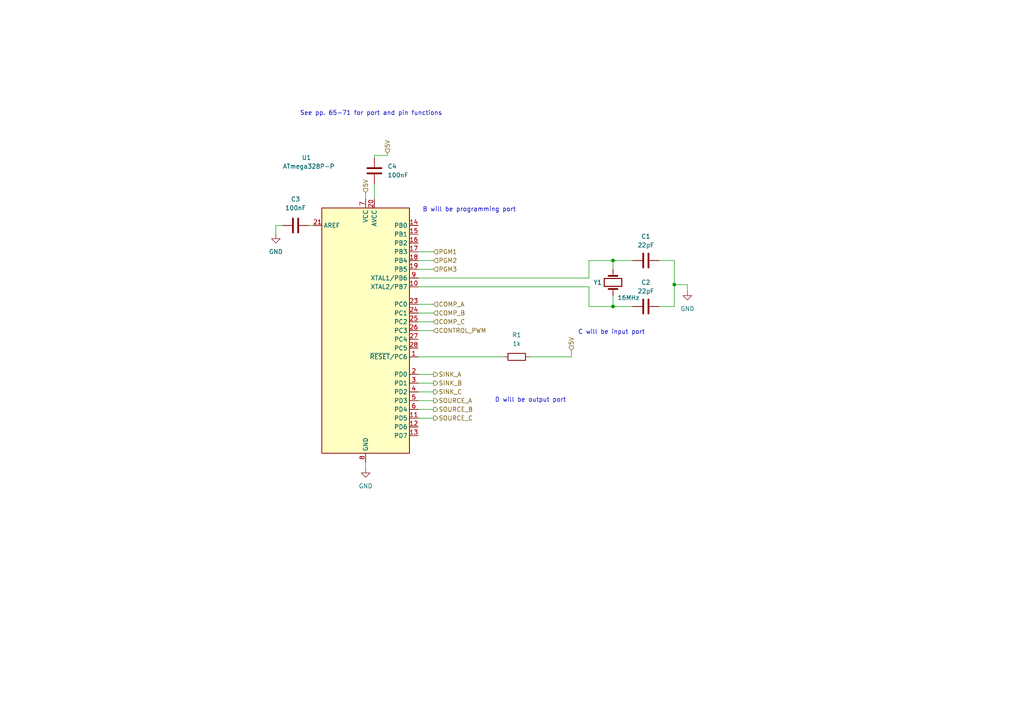
<source format=kicad_sch>
(kicad_sch (version 20230121) (generator eeschema)
  (paper "A4")
  (lib_symbols
    (symbol "Device:C" (pin_numbers hide) (pin_names (offset 0.254))
      (property "Reference" "C" (at 0.635 2.54 0))
      (property "Value" "C" (at 0.635 -2.54 0))
      (symbol "C_0_1"
        (polyline (pts (xy -2.032 -0.762) (xy 2.032 -0.762)) (stroke (width 0.508)))
        (polyline (pts (xy -2.032 0.762) (xy 2.032 0.762)) (stroke (width 0.508)))
      )
      (symbol "C_1_1"
        (pin passive line (at 0 3.81 270) (length 2.794) (name "~") (number "1"))
        (pin passive line (at 0 -3.81 90) (length 2.794) (name "~") (number "2"))
      )
    )
    (symbol "Device:Crystal" (pin_numbers hide) (pin_names (offset 1.016) hide)
      (property "Reference" "Y" (at 0 3.81 0))
      (property "Value" "Crystal" (at 0 -3.81 0))
      (symbol "Crystal_0_1"
        (rectangle (start -1.143 2.54) (end 1.143 -2.54) (stroke (width 0.3048)))
        (polyline (pts (xy -2.54 0) (xy -1.905 0)))
        (polyline (pts (xy -1.905 -1.27) (xy -1.905 1.27)) (stroke (width 0.508)))
        (polyline (pts (xy 1.905 -1.27) (xy 1.905 1.27)) (stroke (width 0.508)))
        (polyline (pts (xy 2.54 0) (xy 1.905 0)))
      )
      (symbol "Crystal_1_1"
        (pin passive line (at -3.81 0 0) (length 1.27) (name "1") (number "1"))
        (pin passive line (at 3.81 0 180) (length 1.27) (name "2") (number "2"))
      )
    )
    (symbol "Device:R" (pin_numbers hide) (pin_names (offset 0))
      (property "Reference" "R" (at 2.032 0 90))
      (property "Value" "R" (at 0 0 90))
      (symbol "R_0_1"
        (rectangle (start -1.016 -2.54) (end 1.016 2.54) (stroke (width 0.254)))
      )
      (symbol "R_1_1"
        (pin passive line (at 0 3.81 270) (length 1.27) (name "~") (number "1"))
        (pin passive line (at 0 -3.81 90) (length 1.27) (name "~") (number "2"))
      )
    )
    (symbol "MCU_Microchip_ATmega:ATmega328P-P"
      (property "Reference" "U" (at -12.7 36.83 0))
      (property "Value" "ATmega328P-P" (at 2.54 -36.83 0))
      (symbol "ATmega328P-P_0_1"
        (rectangle (start -12.7 -35.56) (end 12.7 35.56) (stroke (width 0.254)) (fill (type background)))
      )
      (symbol "ATmega328P-P_1_1"
        (pin bidirectional line (at 15.24 -7.62 180) (length 2.54) (name "~{RESET}/PC6") (number "1"))
        (pin bidirectional line (at 15.24 12.7 180) (length 2.54) (name "XTAL2/PB7") (number "10"))
        (pin bidirectional line (at 15.24 -25.4 180) (length 2.54) (name "PD5") (number "11"))
        (pin bidirectional line (at 15.24 -27.94 180) (length 2.54) (name "PD6") (number "12"))
        (pin bidirectional line (at 15.24 -30.48 180) (length 2.54) (name "PD7") (number "13"))
        (pin bidirectional line (at 15.24 30.48 180) (length 2.54) (name "PB0") (number "14"))
        (pin bidirectional line (at 15.24 27.94 180) (length 2.54) (name "PB1") (number "15"))
        (pin bidirectional line (at 15.24 25.4 180) (length 2.54) (name "PB2") (number "16"))
        (pin bidirectional line (at 15.24 22.86 180) (length 2.54) (name "PB3") (number "17"))
        (pin bidirectional line (at 15.24 20.32 180) (length 2.54) (name "PB4") (number "18"))
        (pin bidirectional line (at 15.24 17.78 180) (length 2.54) (name "PB5") (number "19"))
        (pin bidirectional line (at 15.24 -12.7 180) (length 2.54) (name "PD0") (number "2"))
        (pin power_in line (at 2.54 38.1 270) (length 2.54) (name "AVCC") (number "20"))
        (pin passive line (at -15.24 30.48 0) (length 2.54) (name "AREF") (number "21"))
        (pin passive line (at 0 -38.1 90) (length 2.54) hide (name "GND") (number "22"))
        (pin bidirectional line (at 15.24 7.62 180) (length 2.54) (name "PC0") (number "23"))
        (pin bidirectional line (at 15.24 5.08 180) (length 2.54) (name "PC1") (number "24"))
        (pin bidirectional line (at 15.24 2.54 180) (length 2.54) (name "PC2") (number "25"))
        (pin bidirectional line (at 15.24 0 180) (length 2.54) (name "PC3") (number "26"))
        (pin bidirectional line (at 15.24 -2.54 180) (length 2.54) (name "PC4") (number "27"))
        (pin bidirectional line (at 15.24 -5.08 180) (length 2.54) (name "PC5") (number "28"))
        (pin bidirectional line (at 15.24 -15.24 180) (length 2.54) (name "PD1") (number "3"))
        (pin bidirectional line (at 15.24 -17.78 180) (length 2.54) (name "PD2") (number "4"))
        (pin bidirectional line (at 15.24 -20.32 180) (length 2.54) (name "PD3") (number "5"))
        (pin bidirectional line (at 15.24 -22.86 180) (length 2.54) (name "PD4") (number "6"))
        (pin power_in line (at 0 38.1 270) (length 2.54) (name "VCC") (number "7"))
        (pin power_in line (at 0 -38.1 90) (length 2.54) (name "GND") (number "8"))
        (pin bidirectional line (at 15.24 15.24 180) (length 2.54) (name "XTAL1/PB6") (number "9"))
      )
    )
    (symbol "power:GND" (power) (pin_names (offset 0))
      (property "Value" "GND" (at 0 -3.81 0))
      (symbol "GND_0_1"
        (polyline (pts (xy 0 0) (xy 0 -1.27) (xy 1.27 -1.27) (xy 0 -2.54) (xy -1.27 -1.27) (xy 0 -1.27)))
      )
      (symbol "GND_1_1"
        (pin power_in line (at 0 0 270) (length 0) hide (name "GND") (number "1"))
      )
    )
  )
  (junction (at 177.8 75.565))
  (junction (at 195.58 82.55))
  (junction (at 177.8 88.9))
  (wire (pts (xy 121.285 103.505) (xy 146.05 103.505)))
  (wire (pts (xy 177.8 75.565) (xy 183.515 75.565)))
  (wire (pts (xy 121.285 95.885) (xy 125.73 95.885)))
  (wire (pts (xy 121.285 93.345) (xy 125.73 93.345)))
  (wire (pts (xy 112.395 45.085) (xy 112.395 44.45)))
  (wire (pts (xy 121.285 90.805) (xy 125.73 90.805)))
  (wire (pts (xy 121.285 121.285) (xy 125.73 121.285)))
  (wire (pts (xy 199.39 82.55) (xy 199.39 84.455)))
  (wire (pts (xy 170.815 75.565) (xy 177.8 75.565)))
  (wire (pts (xy 121.285 116.205) (xy 125.73 116.205)))
  (wire (pts (xy 195.58 88.9) (xy 191.135 88.9)))
  (wire (pts (xy 121.285 73.025) (xy 125.73 73.025)))
  (wire (pts (xy 121.285 118.745) (xy 125.73 118.745)))
  (wire (pts (xy 195.58 82.55) (xy 199.39 82.55)))
  (wire (pts (xy 121.285 108.585) (xy 125.73 108.585)))
  (wire (pts (xy 165.735 103.505) (xy 165.735 101.6)))
  (wire (pts (xy 153.67 103.505) (xy 165.735 103.505)))
  (wire (pts (xy 177.8 75.565) (xy 177.8 78.105)))
  (wire (pts (xy 170.815 88.9) (xy 177.8 88.9)))
  (wire (pts (xy 108.585 45.085) (xy 108.585 45.72)))
  (wire (pts (xy 121.285 78.105) (xy 125.73 78.105)))
  (wire (pts (xy 177.8 85.725) (xy 177.8 88.9)))
  (wire (pts (xy 121.285 113.665) (xy 125.73 113.665)))
  (wire (pts (xy 80.01 65.405) (xy 80.01 67.945)))
  (wire (pts (xy 195.58 75.565) (xy 195.58 82.55)))
  (wire (pts (xy 121.285 83.185) (xy 170.815 83.185)))
  (wire (pts (xy 121.285 88.265) (xy 125.73 88.265)))
  (wire (pts (xy 108.585 45.085) (xy 112.395 45.085)))
  (wire (pts (xy 89.535 65.405) (xy 90.805 65.405)))
  (wire (pts (xy 108.585 53.34) (xy 108.585 57.785)))
  (wire (pts (xy 81.915 65.405) (xy 80.01 65.405)))
  (wire (pts (xy 106.045 133.985) (xy 106.045 135.89)))
  (wire (pts (xy 195.58 82.55) (xy 195.58 88.9)))
  (wire (pts (xy 170.815 80.645) (xy 170.815 75.565)))
  (wire (pts (xy 121.285 111.125) (xy 125.73 111.125)))
  (wire (pts (xy 106.045 55.88) (xy 106.045 57.785)))
  (wire (pts (xy 177.8 88.9) (xy 183.515 88.9)))
  (wire (pts (xy 121.285 80.645) (xy 170.815 80.645)))
  (wire (pts (xy 191.135 75.565) (xy 195.58 75.565)))
  (wire (pts (xy 121.285 75.565) (xy 125.73 75.565)))
  (wire (pts (xy 170.815 83.185) (xy 170.815 88.9)))
  (text "C will be input port" (at 167.64 97.155 0) (effects (font (size 1.27 1.27)) (justify left bottom)))
  (text "D will be output port" (at 143.51 116.84 0) (effects (font (size 1.27 1.27)) (justify left bottom)))
  (text "See pp. 65-71 for port and pin functions\n" (at 86.995 33.655 0) (effects (font (size 1.27 1.27)) (justify left bottom)))
  (text "B will be programming port" (at 122.555 61.595 0) (effects (font (size 1.27 1.27)) (justify left bottom)))
  (hierarchical_label "SINK_C" (shape output) (at 125.73 113.665 0))
  (hierarchical_label "5V" (shape input) (at 112.395 44.45 90))
  (hierarchical_label "PGM3" (shape input) (at 125.73 78.105 0))
  (hierarchical_label "CONTROL_PWM" (shape input) (at 125.73 95.885 0))
  (hierarchical_label "SOURCE_A" (shape output) (at 125.73 116.205 0))
  (hierarchical_label "COMP_A" (shape input) (at 125.73 88.265 0))
  (hierarchical_label "5V" (shape input) (at 165.735 101.6 90))
  (hierarchical_label "5V" (shape input) (at 106.045 55.88 90))
  (hierarchical_label "SINK_A" (shape output) (at 125.73 108.585 0))
  (hierarchical_label "COMP_B" (shape input) (at 125.73 90.805 0))
  (hierarchical_label "PGM1" (shape input) (at 125.73 73.025 0))
  (hierarchical_label "SOURCE_B" (shape output) (at 125.73 118.745 0))
  (hierarchical_label "COMP_C" (shape input) (at 125.73 93.345 0))
  (hierarchical_label "SINK_B" (shape output) (at 125.73 111.125 0))
  (hierarchical_label "SOURCE_C" (shape output) (at 125.73 121.285 0))
  (hierarchical_label "PGM2" (shape input) (at 125.73 75.565 0))
  (symbol (lib_id "Device:C") (at 187.325 75.565 90) (unit 1)
    (property "Reference" "C1" (at 187.325 68.58 90))
    (property "Value" "22pF" (at 187.325 71.12 90))
  )
  (symbol (lib_id "Device:R") (at 149.86 103.505 90) (unit 1)
    (property "Reference" "R1" (at 149.86 97.155 90))
    (property "Value" "1k" (at 149.86 99.695 90))
  )
  (symbol (lib_id "power:GND") (at 199.39 84.455 0) (unit 1)
    (property "Reference" "#PWR01" (effects hide))
    (property "Value" "GND" (at 199.39 89.535 0))
  )
  (symbol (lib_id "Device:C") (at 85.725 65.405 90) (unit 1)
    (property "Reference" "C3" (at 85.725 57.785 90))
    (property "Value" "100nF" (at 85.725 60.325 90))
  )
  (symbol (lib_id "Device:C") (at 108.585 49.53 180) (unit 1)
    (property "Reference" "C4" (at 112.395 48.26 0) (effects (justify right)))
    (property "Value" "100nF" (at 112.395 50.8 0) (effects (justify right)))
  )
  (symbol (lib_id "MCU_Microchip_ATmega:ATmega328P-P") (at 106.045 95.885 0) (unit 1)
    (property "Reference" "U1" (at 88.9 45.72 0))
    (property "Value" "ATmega328P-P" (at 89.535 48.26 0))
    (property "Footprint" "Package_DIP:DIP-28_W7.62mm" (effects hide))
    (property "Datasheet" "http://ww1.microchip.com/downloads/en/DeviceDoc/ATmega328_P%20AVR%20MCU%20with%20picoPower%20Technology%20Data%20Sheet%2040001984A.pdf" (effects hide))
  )
  (symbol (lib_id "Device:Crystal") (at 177.8 81.915 90) (unit 1)
    (property "Reference" "Y1" (at 172.085 81.915 90) (effects (justify right)))
    (property "Value" "16MHz" (at 179.07 86.36 90) (effects (justify right)))
  )
  (symbol (lib_id "power:GND") (at 80.01 67.945 0) (unit 1)
    (property "Reference" "#PWR02" (effects hide))
    (property "Value" "GND" (at 80.01 73.025 0))
  )
  (symbol (lib_id "power:GND") (at 106.045 135.89 0) (unit 1)
    (property "Reference" "#PWR03" (effects hide))
    (property "Value" "GND" (at 106.045 140.97 0))
  )
  (symbol (lib_id "Device:C") (at 187.325 88.9 90) (unit 1)
    (property "Reference" "C2" (at 187.325 81.915 90))
    (property "Value" "22pF" (at 187.325 84.455 90))
  )
)
</source>
